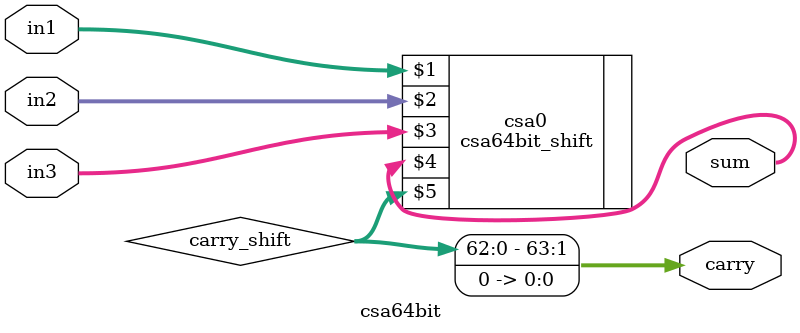
<source format=v>
`include "csa64bit_shift.v"
module csa64bit(
	input [63:0] in1, 
	input [63:0] in2, 
	input [63:0] in3, 
	output [63:0] sum, 
	output [63:0] carry
);
wire [63:0] carry_shift;
csa64bit_shift csa0(in1, in2, in3, sum, carry_shift);

assign carry = carry_shift << 1;
endmodule

</source>
